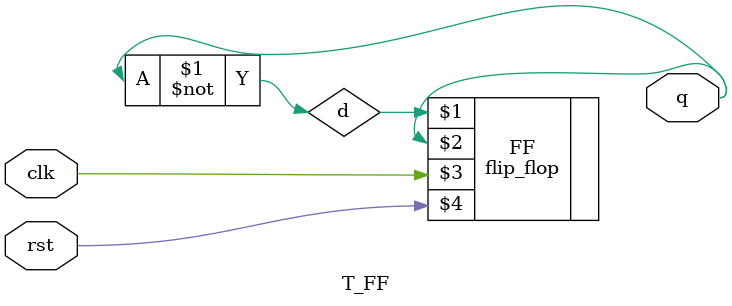
<source format=v>
`timescale 1ns/1ps

module T_FF(q, clk, rst);

input clk, rst;
output q;
wire d;


flip_flop FF(d,q,clk, rst);
not n1(d,q);

endmodule


</source>
